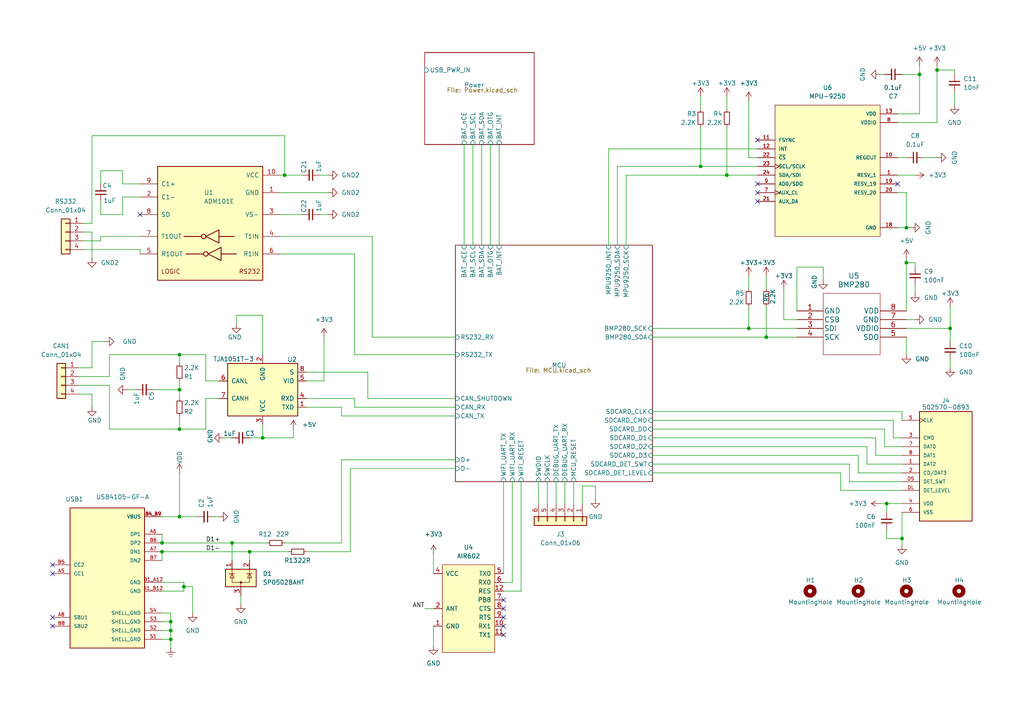
<source format=kicad_sch>
(kicad_sch (version 20211123) (generator eeschema)
  (paper "A4")
  (lib_symbols
    (symbol "2022-02-05_19-44-07:BMP280" (pin_names (offset 0.254))
      (property "Reference" "U1" (at 16.51 10.16 0))
      (property "Value" "BMP280" (at 16.51 7.62 0))
      (symbol "BMP280_1_1"
        (polyline (pts (xy 7.62 -12.7) (xy 24.13 -12.7)) (stroke (width 0.127)))
        (polyline (pts (xy 7.62 5.08) (xy 7.62 -12.7)) (stroke (width 0.127)))
        (polyline (pts (xy 24.13 -12.7) (xy 24.13 5.08)) (stroke (width 0.127)))
        (polyline (pts (xy 24.13 5.08) (xy 7.62 5.08)) (stroke (width 0.127)))
        (pin power_out line (at 0 0 0) (length 7.62) (name "GND") (number "1"))
        (pin passive line (at 0 -2.54 0) (length 7.62) (name "CSB") (number "2"))
        (pin passive line (at 0 -5.08 0) (length 7.62) (name "SDI") (number "3"))
        (pin passive line (at 0 -7.62 0) (length 7.62) (name "SCK") (number "4"))
        (pin passive line (at 31.75 -7.62 180) (length 7.62) (name "SDO") (number "5"))
        (pin power_in line (at 31.75 -5.08 180) (length 7.62) (name "VDDIO") (number "6"))
        (pin power_out line (at 31.75 -2.54 180) (length 7.62) (name "GND") (number "7"))
        (pin power_in line (at 31.75 0 180) (length 7.62) (name "VDD") (number "8"))
      )
    )
    (symbol "502570-0893:502570-0893" (pin_names (offset 1.016))
      (property "Reference" "J?" (at 0 17.78 0))
      (property "Value" "502570-0893" (at 0 15.24 0))
      (symbol "502570-0893_0_0"
        (rectangle (start -12.7 12.7) (end 2.54 -19.05) (stroke (width 0.254)) (fill (type background)))
        (pin bidirectional line (at -17.78 -2.54 0) (length 5.08) (name "DAT2") (number "1"))
        (pin bidirectional line (at -17.78 -5.08 0) (length 5.08) (name "CD/DAT3") (number "2"))
        (pin bidirectional line (at -17.78 5.08 0) (length 5.08) (name "CMD") (number "3"))
        (pin power_in line (at -17.78 -13.97 0) (length 5.08) (name "VDD") (number "4"))
        (pin input clock (at -17.78 10.16 0) (length 5.08) (name "CLK") (number "5"))
        (pin power_in line (at -17.78 -16.51 0) (length 5.08) (name "VSS") (number "6"))
        (pin bidirectional line (at -17.78 2.54 0) (length 5.08) (name "DAT0") (number "7"))
        (pin bidirectional line (at -17.78 0 0) (length 5.08) (name "DAT1") (number "8"))
        (pin passive line (at -17.78 -10.16 0) (length 5.08) (name "DET_LEVEL") (number "DL"))
        (pin passive line (at -17.78 -7.62 0) (length 5.08) (name "DET_SWT") (number "DS"))
      )
    )
    (symbol "Connector_Generic:Conn_01x04" (pin_names (offset 1.016) hide)
      (property "Reference" "J" (at 0 5.08 0))
      (property "Value" "Conn_01x04" (at 0 -7.62 0))
      (symbol "Conn_01x04_1_1"
        (rectangle (start -1.27 -4.953) (end 0 -5.207) (stroke (width 0.1524)))
        (rectangle (start -1.27 -2.413) (end 0 -2.667) (stroke (width 0.1524)))
        (rectangle (start -1.27 0.127) (end 0 -0.127) (stroke (width 0.1524)))
        (rectangle (start -1.27 2.667) (end 0 2.413) (stroke (width 0.1524)))
        (rectangle (start -1.27 3.81) (end 1.27 -6.35) (stroke (width 0.254)) (fill (type background)))
        (pin passive line (at -5.08 2.54 0) (length 3.81) (name "Pin_1") (number "1"))
        (pin passive line (at -5.08 0 0) (length 3.81) (name "Pin_2") (number "2"))
        (pin passive line (at -5.08 -2.54 0) (length 3.81) (name "Pin_3") (number "3"))
        (pin passive line (at -5.08 -5.08 0) (length 3.81) (name "Pin_4") (number "4"))
      )
    )
    (symbol "Connector_Generic:Conn_01x06" (pin_names (offset 1.016) hide)
      (property "Reference" "J" (at 0 7.62 0))
      (property "Value" "Conn_01x06" (at 0 -10.16 0))
      (symbol "Conn_01x06_1_1"
        (rectangle (start -1.27 -7.493) (end 0 -7.747) (stroke (width 0.1524)))
        (rectangle (start -1.27 -4.953) (end 0 -5.207) (stroke (width 0.1524)))
        (rectangle (start -1.27 -2.413) (end 0 -2.667) (stroke (width 0.1524)))
        (rectangle (start -1.27 0.127) (end 0 -0.127) (stroke (width 0.1524)))
        (rectangle (start -1.27 2.667) (end 0 2.413) (stroke (width 0.1524)))
        (rectangle (start -1.27 5.207) (end 0 4.953) (stroke (width 0.1524)))
        (rectangle (start -1.27 6.35) (end 1.27 -8.89) (stroke (width 0.254)) (fill (type background)))
        (pin passive line (at -5.08 5.08 0) (length 3.81) (name "Pin_1") (number "1"))
        (pin passive line (at -5.08 2.54 0) (length 3.81) (name "Pin_2") (number "2"))
        (pin passive line (at -5.08 0 0) (length 3.81) (name "Pin_3") (number "3"))
        (pin passive line (at -5.08 -2.54 0) (length 3.81) (name "Pin_4") (number "4"))
        (pin passive line (at -5.08 -5.08 0) (length 3.81) (name "Pin_5") (number "5"))
        (pin passive line (at -5.08 -7.62 0) (length 3.81) (name "Pin_6") (number "6"))
      )
    )
    (symbol "Device:C_Small" (pin_numbers hide) (pin_names (offset 0.254) hide)
      (property "Reference" "C" (at 0.254 1.778 0))
      (property "Value" "C_Small" (at 0.254 -2.032 0))
      (symbol "C_Small_0_1"
        (polyline (pts (xy -1.524 -0.508) (xy 1.524 -0.508)) (stroke (width 0.3302)))
        (polyline (pts (xy -1.524 0.508) (xy 1.524 0.508)) (stroke (width 0.3048)))
      )
      (symbol "C_Small_1_1"
        (pin passive line (at 0 2.54 270) (length 2.032) (name "~") (number "1"))
        (pin passive line (at 0 -2.54 90) (length 2.032) (name "~") (number "2"))
      )
    )
    (symbol "Device:R_Small" (pin_numbers hide) (pin_names (offset 0.254) hide)
      (property "Reference" "R" (at 0.762 0.508 0))
      (property "Value" "R_Small" (at 0.762 -1.016 0))
      (symbol "R_Small_0_1"
        (rectangle (start -0.762 1.778) (end 0.762 -1.778) (stroke (width 0.2032)))
      )
      (symbol "R_Small_1_1"
        (pin passive line (at 0 2.54 270) (length 0.762) (name "~") (number "1"))
        (pin passive line (at 0 -2.54 90) (length 0.762) (name "~") (number "2"))
      )
    )
    (symbol "Interface_CAN_LIN:TJA1051T-3" (pin_names (offset 1.016))
      (property "Reference" "U" (at -10.16 8.89 0))
      (property "Value" "TJA1051T-3" (at 1.27 8.89 0))
      (symbol "TJA1051T-3_0_1"
        (rectangle (start -10.16 7.62) (end 10.16 -7.62) (stroke (width 0.254)) (fill (type background)))
      )
      (symbol "TJA1051T-3_1_1"
        (pin input line (at -12.7 5.08 0) (length 2.54) (name "TXD") (number "1"))
        (pin power_in line (at 0 -10.16 90) (length 2.54) (name "GND") (number "2"))
        (pin power_in line (at 0 10.16 270) (length 2.54) (name "VCC") (number "3"))
        (pin output line (at -12.7 2.54 0) (length 2.54) (name "RXD") (number "4"))
        (pin power_in line (at -12.7 -2.54 0) (length 2.54) (name "VIO") (number "5"))
        (pin bidirectional line (at 12.7 -2.54 180) (length 2.54) (name "CANL") (number "6"))
        (pin bidirectional line (at 12.7 2.54 180) (length 2.54) (name "CANH") (number "7"))
        (pin input line (at -12.7 -5.08 0) (length 2.54) (name "S") (number "8"))
      )
    )
    (symbol "Interface_UART:ADM101E" (pin_names (offset 1.016))
      (property "Reference" "U?" (at -1.7906 0 0))
      (property "Value" "ADM101E" (at -1.7906 -2.54 0))
      (symbol "ADM101E_0_0"
        (text "LOGIC" (at -11.43 -22.86 0) (effects (font (size 1.27 1.27))))
        (text "RS232" (at 11.43 -22.86 0) (effects (font (size 1.27 1.27))))
      )
      (symbol "ADM101E_0_1"
        (rectangle (start -15.24 7.62) (end 15.24 -25.4) (stroke (width 0.254)) (fill (type background)))
        (circle (center -1.905 -12.7) (radius 0.635) (stroke (width 0.254)))
        (circle (center -1.27 -17.78) (radius 0.635) (stroke (width 0.254)))
        (polyline (pts (xy -2.54 -12.7) (xy -7.62 -12.7)) (stroke (width 0.254)))
        (polyline (pts (xy -1.905 -17.78) (xy -6.985 -17.78)) (stroke (width 0.254)))
        (polyline (pts (xy 2.54 -12.7) (xy 6.985 -12.7)) (stroke (width 0.254)))
        (polyline (pts (xy 3.175 -17.78) (xy 7.62 -17.78)) (stroke (width 0.254)))
        (polyline (pts (xy 2.54 -14.605) (xy 2.54 -10.795) (xy -1.27 -12.7) (xy 2.54 -14.605)) (stroke (width 0.254)))
        (polyline (pts (xy 3.175 -15.875) (xy 3.175 -19.685) (xy -0.635 -17.78) (xy 3.175 -15.875)) (stroke (width 0.254)))
      )
      (symbol "ADM101E_1_1"
        (pin power_in line (at 20.32 0 180) (length 5.08) (name "GND") (number "1"))
        (pin power_in line (at 20.32 5.08 180) (length 5.08) (name "VCC") (number "10"))
        (pin passive line (at -20.32 -1.27 0) (length 5.08) (name "C1-") (number "2"))
        (pin power_out line (at 20.32 -6.35 180) (length 5.08) (name "VS-") (number "3"))
        (pin input line (at 20.32 -12.7 180) (length 5.08) (name "T1IN") (number "4"))
        (pin output line (at -20.32 -17.78 0) (length 5.08) (name "R1OUT") (number "5"))
        (pin input line (at 20.32 -17.78 180) (length 5.08) (name "R1IN") (number "6"))
        (pin output line (at -20.32 -12.7 0) (length 5.08) (name "T1OUT") (number "7"))
        (pin input line (at -20.32 -6.35 0) (length 5.08) (name "SD") (number "8"))
        (pin passive line (at -20.32 2.54 0) (length 5.08) (name "C1+") (number "9"))
      )
    )
    (symbol "MPU-9250_1" (pin_names (offset 1.016))
      (property "Reference" "U" (at -15.2654 20.8534 0))
      (property "Value" "MPU-9250_1" (at -15.24 -20.32 0))
      (symbol "MPU-9250_1_0_0"
        (rectangle (start -15.24 -17.78) (end 15.24 20.32) (stroke (width 0.1524)) (fill (type background)))
        (pin passive line (at 20.32 0 180) (length 5.08) (name "RESV_1") (number "1"))
        (pin output line (at 20.32 5.08 180) (length 5.08) (name "REGOUT") (number "10"))
        (pin input line (at -20.32 10.16 0) (length 5.08) (name "FSYNC") (number "11"))
        (pin output line (at -20.32 7.62 0) (length 5.08) (name "INT") (number "12"))
        (pin power_in line (at 20.32 17.78 180) (length 5.08) (name "VDD") (number "13"))
        (pin power_in line (at 20.32 -15.24 180) (length 5.08) (name "GND") (number "18"))
        (pin passive line (at 20.32 -2.54 180) (length 5.08) (name "RESV_19") (number "19"))
        (pin passive line (at 20.32 -5.08 180) (length 5.08) (name "RESV_20") (number "20"))
        (pin input line (at -20.32 -7.62 0) (length 5.08) (name "AUX_DA") (number "21"))
        (pin input line (at -20.32 5.08 0) (length 5.08) (name "~{CS}") (number "22"))
        (pin input clock (at -20.32 2.54 0) (length 5.08) (name "SCL/SCLK") (number "23"))
        (pin bidirectional line (at -20.32 0 0) (length 5.08) (name "SDA/SDI") (number "24"))
        (pin input clock (at -20.32 -5.08 0) (length 5.08) (name "AUX_CL") (number "7"))
        (pin power_in line (at 20.32 15.24 180) (length 5.08) (name "VDDIO") (number "8"))
        (pin output line (at -20.32 -2.54 0) (length 5.08) (name "AD0/SDO") (number "9"))
      )
    )
    (symbol "Mechanical:MountingHole" (pin_names (offset 1.016))
      (property "Reference" "H" (at 0 5.08 0))
      (property "Value" "MountingHole" (at 0 3.175 0))
      (symbol "MountingHole_0_1"
        (circle (center 0 0) (radius 1.27) (stroke (width 1.27)))
      )
    )
    (symbol "Power_Protection:SP0502BAHT" (pin_names hide)
      (property "Reference" "D" (at 5.715 2.54 0))
      (property "Value" "SP0502BAHT" (at 5.715 0.635 0))
      (symbol "SP0502BAHT_0_0"
        (pin passive line (at 0 -5.08 90) (length 2.54) (name "A") (number "3"))
      )
      (symbol "SP0502BAHT_0_1"
        (rectangle (start -4.445 2.54) (end 4.445 -2.54) (stroke (width 0.254)) (fill (type background)))
        (circle (center 0 -1.27) (radius 0.254) (fill (type outline)))
        (polyline (pts (xy -2.54 2.54) (xy -2.54 1.27)))
        (polyline (pts (xy 0 -1.27) (xy 0 -2.54)))
        (polyline (pts (xy 2.54 2.54) (xy 2.54 1.27)))
        (polyline (pts (xy -3.302 1.016) (xy -3.302 1.27) (xy -1.905 1.27) (xy -1.778 1.27)))
        (polyline (pts (xy -2.54 1.27) (xy -2.54 -1.27) (xy 2.54 -1.27) (xy 2.54 1.27)))
        (polyline (pts (xy -2.54 1.27) (xy -1.905 0) (xy -3.175 0) (xy -2.54 1.27)))
        (polyline (pts (xy 1.778 1.016) (xy 1.778 1.27) (xy 3.175 1.27) (xy 3.302 1.27)))
        (polyline (pts (xy 2.54 1.27) (xy 1.905 0) (xy 3.175 0) (xy 2.54 1.27)))
      )
      (symbol "SP0502BAHT_1_1"
        (pin passive line (at -2.54 5.08 270) (length 2.54) (name "K") (number "1"))
        (pin passive line (at 2.54 5.08 270) (length 2.54) (name "K") (number "2"))
      )
    )
    (symbol "USB4105-GF-A:USB4105-GF-A" (pin_names (offset 1.016))
      (property "Reference" "J?" (at -0.635 17.653 0))
      (property "Value" "USB4105-GF-A" (at 0 15.875 0))
      (symbol "USB4105-GF-A_0_0"
        (rectangle (start -15.24 12.7) (end 6.35 -27.94) (stroke (width 0.254)) (fill (type background)))
        (pin power_in line (at 11.43 -11.43 180) (length 5.08) (name "GND") (number "A1_B12"))
        (pin power_in line (at 11.43 10.16 180) (length 5.08) (name "VBUS") (number "A4_B9"))
        (pin bidirectional line (at -20.32 -6.35 0) (length 5.08) (name "CC1") (number "A5"))
        (pin bidirectional line (at 11.43 5.08 180) (length 5.08) (name "DP1") (number "A6"))
        (pin bidirectional line (at 11.43 0 180) (length 5.08) (name "DN1") (number "A7"))
        (pin bidirectional line (at -20.32 -19.05 0) (length 5.08) (name "SBU1") (number "A8"))
        (pin power_in line (at 11.43 -8.89 180) (length 5.08) (name "GND") (number "B1_A12"))
        (pin power_in line (at 11.43 10.16 180) (length 5.08) (name "VBUS") (number "B4_A9"))
        (pin bidirectional line (at -20.32 -3.81 0) (length 5.08) (name "CC2") (number "B5"))
        (pin bidirectional line (at 11.43 2.54 180) (length 5.08) (name "DP2") (number "B6"))
        (pin bidirectional line (at 11.43 -2.54 180) (length 5.08) (name "DN2") (number "B7"))
        (pin bidirectional line (at -20.32 -21.59 0) (length 5.08) (name "SBU2") (number "B8"))
        (pin power_in line (at 11.43 -25.4 180) (length 5.08) (name "SHELL_GND") (number "S1"))
        (pin power_in line (at 11.43 -22.86 180) (length 5.08) (name "SHELL_GND") (number "S2"))
        (pin power_in line (at 11.43 -20.32 180) (length 5.08) (name "SHELL_GND") (number "S3"))
        (pin power_in line (at 11.43 -17.78 180) (length 5.08) (name "SHELL_GND") (number "S4"))
      )
    )
    (symbol "air602:AIR602" (pin_names (offset 1.016))
      (property "Reference" "U" (at 0 11.43 0))
      (property "Value" "AIR602" (at 0 -12.7 0))
      (symbol "AIR602_0_1"
        (rectangle (start -7.62 10.16) (end 7.62 -15.24) (fill (type background)))
      )
      (symbol "AIR602_1_1"
        (pin power_in line (at -10.16 -7.62 0) (length 2.54) (name "GND") (number "1"))
        (pin bidirectional line (at 10.16 -7.62 180) (length 2.54) (name "RX1") (number "10"))
        (pin bidirectional line (at 10.16 -10.16 180) (length 2.54) (name "TX1") (number "11"))
        (pin input line (at 10.16 2.54 180) (length 2.54) (name "RES") (number "12"))
        (pin bidirectional line (at -10.16 -2.54 0) (length 2.54) (name "ANT") (number "2"))
        (pin passive line (at -10.16 -7.62 0) (length 2.54) hide (name "GND") (number "3"))
        (pin power_in line (at -10.16 7.62 0) (length 2.54) (name "VCC") (number "4"))
        (pin bidirectional line (at 10.16 7.62 180) (length 2.54) (name "TX0") (number "5"))
        (pin bidirectional line (at 10.16 5.08 180) (length 2.54) (name "RX0") (number "6"))
        (pin bidirectional line (at 10.16 0 180) (length 2.54) (name "PB8") (number "7"))
        (pin bidirectional line (at 10.16 -2.54 180) (length 2.54) (name "CTS") (number "8"))
        (pin bidirectional line (at 10.16 -5.08 180) (length 2.54) (name "RTS") (number "9"))
      )
    )
    (symbol "power:+3V3" (power) (pin_names (offset 0))
      (property "Value" "+3V3" (at 0 3.556 0))
      (symbol "+3V3_0_1"
        (polyline (pts (xy -0.762 1.27) (xy 0 2.54)))
        (polyline (pts (xy 0 0) (xy 0 2.54)))
        (polyline (pts (xy 0 2.54) (xy 0.762 1.27)))
      )
      (symbol "+3V3_1_1"
        (pin power_in line (at 0 0 90) (length 0) hide (name "+3V3") (number "1"))
      )
    )
    (symbol "power:+5V" (power) (pin_names (offset 0))
      (property "Value" "+5V" (at 0 3.556 0))
      (symbol "+5V_0_1"
        (polyline (pts (xy -0.762 1.27) (xy 0 2.54)))
        (polyline (pts (xy 0 0) (xy 0 2.54)))
        (polyline (pts (xy 0 2.54) (xy 0.762 1.27)))
      )
      (symbol "+5V_1_1"
        (pin power_in line (at 0 0 90) (length 0) hide (name "+5V") (number "1"))
      )
    )
    (symbol "power:Earth" (power) (pin_names (offset 0))
      (symbol "Earth_0_1"
        (polyline (pts (xy -0.635 -1.905) (xy 0.635 -1.905)))
        (polyline (pts (xy -0.127 -2.54) (xy 0.127 -2.54)))
        (polyline (pts (xy 0 -1.27) (xy 0 0)))
        (polyline (pts (xy 1.27 -1.27) (xy -1.27 -1.27)))
      )
      (symbol "Earth_1_1"
        (pin power_in line (at 0 0 270) (length 0) hide (name "Earth") (number "1"))
      )
    )
    (symbol "power:GND" (power) (pin_names (offset 0))
      (property "Value" "GND" (at 0 -3.81 0))
      (symbol "GND_0_1"
        (polyline (pts (xy 0 0) (xy 0 -1.27) (xy 1.27 -1.27) (xy 0 -2.54) (xy -1.27 -1.27) (xy 0 -1.27)))
      )
      (symbol "GND_1_1"
        (pin power_in line (at 0 0 270) (length 0) hide (name "GND") (number "1"))
      )
    )
    (symbol "power:GND2" (power) (pin_names (offset 0))
      (property "Value" "GND2" (at 0 -3.81 0))
      (symbol "GND2_0_1"
        (polyline (pts (xy 0 0) (xy 0 -1.27) (xy 1.27 -1.27) (xy 0 -2.54) (xy -1.27 -1.27) (xy 0 -1.27)))
      )
      (symbol "GND2_1_1"
        (pin power_in line (at 0 0 270) (length 0) hide (name "GND2") (number "1"))
      )
    )
    (symbol "power:VDD" (power) (pin_names (offset 0))
      (property "Value" "VDD" (at 0 3.81 0))
      (symbol "VDD_0_1"
        (polyline (pts (xy -0.762 1.27) (xy 0 2.54)))
        (polyline (pts (xy 0 0) (xy 0 2.54)))
        (polyline (pts (xy 0 2.54) (xy 0.762 1.27)))
      )
      (symbol "VDD_1_1"
        (pin power_in line (at 0 0 90) (length 0) hide (name "VDD") (number "1"))
      )
    )
  )
  (junction (at 49.53 182.88))
  (junction (at 49.53 185.42))
  (junction (at 217.17 95.25))
  (junction (at 261.62 156.21))
  (junction (at 82.55 50.8))
  (junction (at 262.89 66.04))
  (junction (at 222.25 97.79))
  (junction (at 49.53 180.34))
  (junction (at 52.07 102.87))
  (junction (at 266.7 21.59))
  (junction (at 271.78 20.32))
  (junction (at 262.89 76.2))
  (junction (at 257.175 146.05))
  (junction (at 203.2 48.26))
  (junction (at 53.34 170.18))
  (junction (at 52.07 149.86))
  (junction (at 210.82 50.8))
  (junction (at 46.99 157.48))
  (junction (at 52.07 113.03))
  (junction (at 72.39 160.02))
  (junction (at 76.2 127))
  (junction (at 67.31 157.48))
  (junction (at 52.07 124.46))
  (junction (at 275.59 95.25))
  (junction (at 46.99 160.02))
  (no_connect (at 146.05 173.99))
  (no_connect (at 146.05 184.15))
  (no_connect (at 15.24 163.83))
  (no_connect (at 15.24 179.07))
  (no_connect (at 146.05 181.61))
  (no_connect (at 146.05 179.07))
  (no_connect (at 146.05 176.53))
  (no_connect (at 15.24 166.37))
  (no_connect (at 40.64 62.23))
  (no_connect (at 260.35 53.34))
  (no_connect (at 219.71 58.42))
  (no_connect (at 219.71 55.88))
  (no_connect (at 219.71 53.34))
  (no_connect (at 219.71 40.64))
  (no_connect (at 15.24 181.61))
  (wire (pts (xy 246.38 134.62) (xy 246.38 139.7)))
  (wire (pts (xy 92.71 62.23) (xy 95.25 62.23)))
  (wire (pts (xy 67.31 127) (xy 64.77 127)))
  (wire (pts (xy 46.99 177.8) (xy 49.53 177.8)))
  (wire (pts (xy 22.86 114.3) (xy 26.67 114.3)))
  (wire (pts (xy 227.33 92.71) (xy 227.33 83.82)))
  (wire (pts (xy 260.35 55.88) (xy 262.89 55.88)))
  (wire (pts (xy 255.27 146.05) (xy 257.175 146.05)))
  (wire (pts (xy 271.78 35.56) (xy 271.78 20.32)))
  (wire (pts (xy 217.17 80.01) (xy 217.17 83.82)))
  (wire (pts (xy 53.34 168.91) (xy 53.34 170.18)))
  (wire (pts (xy 275.59 104.14) (xy 275.59 106.68)))
  (wire (pts (xy 262.89 97.79) (xy 262.89 102.87)))
  (wire (pts (xy 262.89 92.71) (xy 265.43 92.71)))
  (wire (pts (xy 26.67 106.68) (xy 26.67 99.06)))
  (wire (pts (xy 146.05 171.45) (xy 151.13 171.45)))
  (wire (pts (xy 106.68 107.95) (xy 106.68 115.57)))
  (wire (pts (xy 222.25 80.01) (xy 222.25 83.82)))
  (wire (pts (xy 31.75 109.22) (xy 31.75 102.87)))
  (wire (pts (xy 102.87 102.87) (xy 132.08 102.87)))
  (wire (pts (xy 134.62 41.91) (xy 134.62 71.12)))
  (wire (pts (xy 76.2 91.44) (xy 68.58 91.44)))
  (wire (pts (xy 62.23 149.86) (xy 63.5 149.86)))
  (wire (pts (xy 22.86 106.68) (xy 26.67 106.68)))
  (wire (pts (xy 256.54 129.54) (xy 261.62 129.54)))
  (wire (pts (xy 53.34 171.45) (xy 46.99 171.45)))
  (wire (pts (xy 276.86 21.59) (xy 276.86 20.32)))
  (wire (pts (xy 52.07 113.03) (xy 52.07 115.57)))
  (wire (pts (xy 40.64 57.15) (xy 35.56 57.15)))
  (wire (pts (xy 251.46 129.54) (xy 251.46 134.62)))
  (wire (pts (xy 35.56 62.23) (xy 29.21 62.23)))
  (wire (pts (xy 88.9 118.11) (xy 99.06 118.11)))
  (wire (pts (xy 88.9 115.57) (xy 102.87 115.57)))
  (wire (pts (xy 161.29 139.7) (xy 161.29 146.05)))
  (wire (pts (xy 59.69 110.49) (xy 59.69 102.87)))
  (wire (pts (xy 168.91 140.97) (xy 172.72 140.97)))
  (wire (pts (xy 68.58 91.44) (xy 68.58 93.98)))
  (wire (pts (xy 275.59 95.25) (xy 275.59 99.06)))
  (wire (pts (xy 217.17 29.21) (xy 217.17 45.72)))
  (wire (pts (xy 257.175 153.67) (xy 257.175 156.21)))
  (wire (pts (xy 35.56 49.53) (xy 29.21 49.53)))
  (wire (pts (xy 85.09 124.46) (xy 85.09 127)))
  (wire (pts (xy 52.07 110.49) (xy 52.07 113.03)))
  (wire (pts (xy 46.99 160.02) (xy 46.99 162.56)))
  (wire (pts (xy 26.67 39.37) (xy 82.55 39.37)))
  (wire (pts (xy 26.67 67.31) (xy 24.13 67.31)))
  (wire (pts (xy 139.7 41.91) (xy 139.7 71.12)))
  (wire (pts (xy 40.64 53.34) (xy 35.56 53.34)))
  (wire (pts (xy 189.23 121.92) (xy 259.08 121.92)))
  (wire (pts (xy 151.13 139.7) (xy 151.13 171.45)))
  (wire (pts (xy 217.17 88.9) (xy 217.17 95.25)))
  (wire (pts (xy 203.2 36.83) (xy 203.2 48.26)))
  (wire (pts (xy 46.99 182.88) (xy 49.53 182.88)))
  (wire (pts (xy 63.5 110.49) (xy 59.69 110.49)))
  (wire (pts (xy 81.28 55.88) (xy 95.25 55.88)))
  (wire (pts (xy 52.07 102.87) (xy 52.07 105.41)))
  (wire (pts (xy 101.6 135.89) (xy 132.08 135.89)))
  (wire (pts (xy 72.39 160.02) (xy 72.39 162.56)))
  (wire (pts (xy 72.39 160.02) (xy 83.82 160.02)))
  (wire (pts (xy 166.37 139.7) (xy 166.37 146.05)))
  (wire (pts (xy 256.54 21.59) (xy 255.27 21.59)))
  (wire (pts (xy 189.23 134.62) (xy 246.38 134.62)))
  (wire (pts (xy 49.53 180.34) (xy 49.53 182.88)))
  (wire (pts (xy 142.24 41.91) (xy 142.24 71.12)))
  (wire (pts (xy 176.53 71.12) (xy 176.53 43.18)))
  (wire (pts (xy 168.91 146.05) (xy 168.91 140.97)))
  (wire (pts (xy 102.87 73.66) (xy 102.87 102.87)))
  (wire (pts (xy 99.06 120.65) (xy 132.08 120.65)))
  (wire (pts (xy 107.95 97.79) (xy 132.08 97.79)))
  (wire (pts (xy 67.31 157.48) (xy 67.31 162.56)))
  (wire (pts (xy 88.9 110.49) (xy 93.98 110.49)))
  (wire (pts (xy 163.83 139.7) (xy 163.83 146.05)))
  (wire (pts (xy 259.08 127) (xy 261.62 127)))
  (wire (pts (xy 123.19 176.53) (xy 125.73 176.53)))
  (wire (pts (xy 26.67 114.3) (xy 26.67 118.11)))
  (wire (pts (xy 46.99 149.86) (xy 52.07 149.86)))
  (wire (pts (xy 69.85 172.72) (xy 69.85 175.26)))
  (wire (pts (xy 24.13 64.77) (xy 26.67 64.77)))
  (wire (pts (xy 88.9 107.95) (xy 106.68 107.95)))
  (wire (pts (xy 93.98 110.49) (xy 93.98 97.79)))
  (wire (pts (xy 24.13 72.39) (xy 40.64 72.39)))
  (wire (pts (xy 31.75 111.76) (xy 31.75 124.46)))
  (wire (pts (xy 52.07 124.46) (xy 52.07 120.65)))
  (wire (pts (xy 262.89 55.88) (xy 262.89 66.04)))
  (wire (pts (xy 81.28 62.23) (xy 87.63 62.23)))
  (wire (pts (xy 260.35 66.04) (xy 262.89 66.04)))
  (wire (pts (xy 266.7 21.59) (xy 266.7 19.05)))
  (wire (pts (xy 262.89 76.2) (xy 262.89 74.93)))
  (wire (pts (xy 238.76 77.47) (xy 238.76 81.28)))
  (wire (pts (xy 82.55 50.8) (xy 87.63 50.8)))
  (wire (pts (xy 39.37 113.03) (xy 36.83 113.03)))
  (wire (pts (xy 251.46 134.62) (xy 261.62 134.62)))
  (wire (pts (xy 265.43 82.55) (xy 265.43 85.09)))
  (wire (pts (xy 59.69 124.46) (xy 52.07 124.46)))
  (wire (pts (xy 176.53 43.18) (xy 219.71 43.18)))
  (wire (pts (xy 81.28 50.8) (xy 82.55 50.8)))
  (wire (pts (xy 52.07 149.86) (xy 57.15 149.86)))
  (wire (pts (xy 181.61 71.12) (xy 181.61 50.8)))
  (wire (pts (xy 265.43 77.47) (xy 265.43 76.2)))
  (wire (pts (xy 172.72 140.97) (xy 172.72 144.78)))
  (wire (pts (xy 81.28 68.58) (xy 107.95 68.58)))
  (wire (pts (xy 256.54 124.46) (xy 256.54 129.54)))
  (wire (pts (xy 276.86 26.67) (xy 276.86 30.48)))
  (wire (pts (xy 257.175 156.21) (xy 261.62 156.21)))
  (wire (pts (xy 26.67 99.06) (xy 30.48 99.06)))
  (wire (pts (xy 189.23 129.54) (xy 251.46 129.54)))
  (wire (pts (xy 189.23 124.46) (xy 256.54 124.46)))
  (wire (pts (xy 243.84 137.16) (xy 243.84 142.24)))
  (wire (pts (xy 26.67 74.93) (xy 26.67 67.31)))
  (wire (pts (xy 217.17 45.72) (xy 219.71 45.72)))
  (wire (pts (xy 99.06 133.35) (xy 132.08 133.35)))
  (wire (pts (xy 254 132.08) (xy 261.62 132.08)))
  (wire (pts (xy 107.95 68.58) (xy 107.95 97.79)))
  (wire (pts (xy 59.69 115.57) (xy 59.69 124.46)))
  (wire (pts (xy 267.97 45.72) (xy 271.78 45.72)))
  (wire (pts (xy 148.59 139.7) (xy 148.59 168.91)))
  (wire (pts (xy 63.5 115.57) (xy 59.69 115.57)))
  (wire (pts (xy 203.2 27.94) (xy 203.2 31.75)))
  (wire (pts (xy 52.07 137.16) (xy 52.07 149.86)))
  (wire (pts (xy 29.21 62.23) (xy 29.21 58.42)))
  (wire (pts (xy 76.2 127) (xy 85.09 127)))
  (wire (pts (xy 137.16 41.91) (xy 137.16 71.12)))
  (wire (pts (xy 231.14 92.71) (xy 227.33 92.71)))
  (wire (pts (xy 246.38 139.7) (xy 261.62 139.7)))
  (wire (pts (xy 265.43 76.2) (xy 262.89 76.2)))
  (wire (pts (xy 76.2 102.87) (xy 76.2 91.44)))
  (wire (pts (xy 49.53 177.8) (xy 49.53 180.34)))
  (wire (pts (xy 210.82 27.94) (xy 210.82 31.75)))
  (wire (pts (xy 59.69 102.87) (xy 52.07 102.87)))
  (wire (pts (xy 46.99 160.02) (xy 72.39 160.02)))
  (wire (pts (xy 72.39 127) (xy 76.2 127)))
  (wire (pts (xy 146.05 139.7) (xy 146.05 166.37)))
  (wire (pts (xy 275.59 88.9) (xy 275.59 95.25)))
  (wire (pts (xy 76.2 127) (xy 76.2 123.19)))
  (wire (pts (xy 156.21 139.7) (xy 156.21 146.05)))
  (wire (pts (xy 35.56 53.34) (xy 35.56 49.53)))
  (wire (pts (xy 189.23 119.38) (xy 261.62 119.38)))
  (wire (pts (xy 22.86 109.22) (xy 31.75 109.22)))
  (wire (pts (xy 46.99 154.94) (xy 46.99 157.48)))
  (wire (pts (xy 49.53 185.42) (xy 49.53 187.96)))
  (wire (pts (xy 271.78 20.32) (xy 271.78 19.05)))
  (wire (pts (xy 99.06 157.48) (xy 99.06 133.35)))
  (wire (pts (xy 99.06 118.11) (xy 99.06 120.65)))
  (wire (pts (xy 101.6 160.02) (xy 101.6 135.89)))
  (wire (pts (xy 52.07 113.03) (xy 44.45 113.03)))
  (wire (pts (xy 81.28 73.66) (xy 102.87 73.66)))
  (wire (pts (xy 31.75 124.46) (xy 52.07 124.46)))
  (wire (pts (xy 67.31 157.48) (xy 77.47 157.48)))
  (wire (pts (xy 29.21 69.85) (xy 24.13 69.85)))
  (wire (pts (xy 46.99 157.48) (xy 67.31 157.48)))
  (wire (pts (xy 29.21 68.58) (xy 29.21 69.85)))
  (wire (pts (xy 189.23 97.79) (xy 222.25 97.79)))
  (wire (pts (xy 158.75 139.7) (xy 158.75 146.05)))
  (wire (pts (xy 261.62 119.38) (xy 261.62 121.92)))
  (wire (pts (xy 259.08 121.92) (xy 259.08 127)))
  (wire (pts (xy 243.84 142.24) (xy 261.62 142.24)))
  (wire (pts (xy 189.23 137.16) (xy 243.84 137.16)))
  (wire (pts (xy 231.14 90.17) (xy 231.14 77.47)))
  (wire (pts (xy 189.23 95.25) (xy 217.17 95.25)))
  (wire (pts (xy 222.25 97.79) (xy 231.14 97.79)))
  (wire (pts (xy 189.23 132.08) (xy 248.92 132.08)))
  (wire (pts (xy 261.62 21.59) (xy 266.7 21.59)))
  (wire (pts (xy 261.62 148.59) (xy 261.62 156.21)))
  (wire (pts (xy 40.64 68.58) (xy 29.21 68.58)))
  (wire (pts (xy 210.82 36.83) (xy 210.82 50.8)))
  (wire (pts (xy 146.05 168.91) (xy 148.59 168.91)))
  (wire (pts (xy 106.68 115.57) (xy 132.08 115.57)))
  (wire (pts (xy 29.21 49.53) (xy 29.21 53.34)))
  (wire (pts (xy 82.55 39.37) (xy 82.55 50.8)))
  (wire (pts (xy 189.23 127) (xy 254 127)))
  (wire (pts (xy 260.35 50.8) (xy 265.43 50.8)))
  (wire (pts (xy 52.07 102.87) (xy 31.75 102.87)))
  (wire (pts (xy 35.56 57.15) (xy 35.56 62.23)))
  (wire (pts (xy 49.53 182.88) (xy 49.53 185.42)))
  (wire (pts (xy 265.8618 95.7072) (xy 265.8618 95.5802)))
  (wire (pts (xy 55.88 170.18) (xy 53.34 170.18)))
  (wire (pts (xy 257.175 146.05) (xy 257.175 148.59)))
  (wire (pts (xy 102.87 118.11) (xy 132.08 118.11)))
  (wire (pts (xy 248.92 132.08) (xy 248.92 137.16)))
  (wire (pts (xy 231.14 77.47) (xy 238.76 77.47)))
  (wire (pts (xy 46.99 180.34) (xy 49.53 180.34)))
  (wire (pts (xy 125.73 181.61) (xy 125.73 187.325)))
  (wire (pts (xy 144.78 41.91) (xy 144.78 71.12)))
  (wire (pts (xy 257.175 146.05) (xy 261.62 146.05)))
  (wire (pts (xy 53.34 170.18) (xy 53.34 171.45)))
  (wire (pts (xy 55.88 177.8) (xy 55.88 170.18)))
  (wire (pts (xy 260.35 35.56) (xy 271.78 35.56)))
  (wire (pts (xy 217.17 95.25) (xy 231.14 95.25)))
  (wire (pts (xy 210.82 50.8) (xy 219.71 50.8)))
  (wire (pts (xy 248.92 137.16) (xy 261.62 137.16)))
  (wire (pts (xy 262.89 66.04) (xy 264.16 66.04)))
  (wire (pts (xy 254 127) (xy 254 132.08)))
  (wire (pts (xy 92.71 50.8) (xy 95.25 50.8)))
  (wire (pts (xy 46.99 185.42) (xy 49.53 185.42)))
  (wire (pts (xy 260.35 33.02) (xy 266.7 33.02)))
  (wire (pts (xy 22.86 111.76) (xy 31.75 111.76)))
  (wire (pts (xy 181.61 50.8) (xy 210.82 50.8)))
  (wire (pts (xy 179.07 48.26) (xy 203.2 48.26)))
  (wire (pts (xy 125.73 160.655) (xy 125.73 166.37)))
  (wire (pts (xy 222.25 88.9) (xy 222.25 97.79)))
  (wire (pts (xy 88.9 160.02) (xy 101.6 160.02)))
  (wire (pts (xy 102.87 115.57) (xy 102.87 118.11)))
  (wire (pts (xy 261.62 156.21) (xy 261.62 158.115)))
  (wire (pts (xy 82.55 157.48) (xy 99.06 157.48)))
  (wire (pts (xy 271.78 20.32) (xy 276.86 20.32)))
  (wire (pts (xy 179.07 71.12) (xy 179.07 48.26)))
  (wire (pts (xy 262.89 95.25) (xy 275.59 95.25)))
  (wire (pts (xy 40.64 72.39) (xy 40.64 73.66)))
  (wire (pts (xy 266.7 33.02) (xy 266.7 21.59)))
  (wire (pts (xy 203.2 48.26) (xy 219.71 48.26)))
  (wire (pts (xy 26.67 64.77) (xy 26.67 39.37)))
  (wire (pts (xy 262.89 90.17) (xy 262.89 76.2)))
  (wire (pts (xy 46.99 168.91) (xy 53.34 168.91)))
  (wire (pts (xy 260.35 45.72) (xy 262.89 45.72)))
  (label "D1+" (at 59.69 157.48 0))
  (label "D1-" (at 59.69 160.02 0))
  (label "ANT" (at 123.19 176.53 180))
  (symbol (lib_id "power:GND") (at 261.62 158.115 0) (unit 1)
    (property "Reference" "#PWR028" (effects hide))
    (property "Value" "GND" (at 261.62 163.195 0))
  )
  (symbol (lib_id "power:Earth") (at 49.53 187.96 0) (unit 1)
    (property "Reference" "#PWR06" (effects hide))
    (property "Value" "Earth" (effects hide))
  )
  (symbol (lib_id "Device:C_Small") (at 29.21 55.88 180) (unit 1)
    (property "Reference" "C4" (at 29.718 53.848 0) (effects (justify right)))
    (property "Value" "1uF" (at 29.972 58.166 0) (effects (justify right)))
    (property "Footprint" "Capacitor_SMD:C_0402_1005Metric_Pad0.74x0.62mm_HandSolder" (effects hide))
  )
  (symbol (lib_id "power:+3V3") (at 125.73 160.655 0) (unit 1)
    (property "Reference" "#PWR016" (effects hide))
    (property "Value" "+3V3" (at 125.73 154.94 0))
  )
  (symbol (lib_id "power:+5V") (at 266.7 19.05 0) (unit 1)
    (property "Reference" "#PWR035" (effects hide))
    (property "Value" "+5V" (at 266.7 13.97 0))
  )
  (symbol (lib_id "power:GND") (at 172.72 144.78 0) (unit 1)
    (property "Reference" "#PWR018" (effects hide))
    (property "Value" "GND" (at 172.72 149.86 0))
  )
  (symbol (lib_id "power:GND") (at 68.58 93.98 0) (mirror y) (unit 1)
    (property "Reference" "#PWR0103" (effects hide))
    (property "Value" "GND" (at 66.04 97.79 0) (effects (justify right)))
  )
  (symbol (lib_id "power:GND") (at 265.43 85.09 0) (unit 1)
    (property "Reference" "#PWR033" (effects hide))
    (property "Value" "GND" (at 267.97 86.3599 0) (effects (justify left)))
  )
  (symbol (lib_id "Device:R_Small") (at 52.07 107.95 0) (mirror y) (unit 1)
    (property "Reference" "R1" (at 53.34 109.22 0) (effects (justify right)))
    (property "Value" "2.2K" (at 53.34 106.68 0) (effects (justify right)))
    (property "Footprint" "Resistor_SMD:R_0402_1005Metric_Pad0.72x0.64mm_HandSolder" (effects hide))
  )
  (symbol (lib_id "Device:R_Small") (at 80.01 157.48 90) (mirror x) (unit 1)
    (property "Reference" "R12" (at 74.93 154.94 90) (effects (justify right)))
    (property "Value" "22R" (at 80.01 154.94 90) (effects (justify right)))
    (property "Footprint" "Resistor_SMD:R_0402_1005Metric_Pad0.72x0.64mm_HandSolder" (effects hide))
  )
  (symbol (lib_id "power:+3V3") (at 275.59 88.9 0) (unit 1)
    (property "Reference" "#PWR038" (effects hide))
    (property "Value" "+3V3" (at 275.59 85.09 0))
  )
  (symbol (lib_id "power:GND") (at 36.83 113.03 270) (unit 1)
    (property "Reference" "#PWR015" (effects hide))
    (property "Value" "GND" (at 35.5601 110.49 0) (effects (justify right)))
  )
  (symbol (lib_id "Device:R_Small") (at 52.07 118.11 0) (mirror y) (unit 1)
    (property "Reference" "R2" (at 53.34 119.38 0) (effects (justify right)))
    (property "Value" "2.2K" (at 53.34 116.84 0) (effects (justify right)))
    (property "Footprint" "Resistor_SMD:R_0402_1005Metric_Pad0.72x0.64mm_HandSolder" (effects hide))
  )
  (symbol (lib_id "Connector_Generic:Conn_01x04") (at 17.78 109.22 0) (mirror y) (unit 1)
    (property "Reference" "CAN1" (at 17.78 100.33 0))
    (property "Value" "Conn_01x04" (at 17.78 102.87 0))
    (property "Footprint" "Connector_JST:JST_PH_S4B-PH-SM4-TB_1x04-1MP_P2.00mm_Horizontal" (effects hide))
  )
  (symbol (lib_id "power:GND") (at 64.77 127 270) (mirror x) (unit 1)
    (property "Reference" "#PWR07" (effects hide))
    (property "Value" "GND" (at 60.96 124.46 0) (effects (justify right)))
  )
  (symbol (lib_id "Device:C_Small") (at 265.43 45.72 90) (unit 1)
    (property "Reference" "C8" (at 265.4363 39.37 90))
    (property "Value" "0.1uF" (at 265.4363 41.91 90))
    (property "Footprint" "Capacitor_SMD:C_0402_1005Metric_Pad0.74x0.62mm_HandSolder" (effects hide))
  )
  (symbol (lib_id "2022-02-05_19-44-07:BMP280") (at 231.14 90.17 0) (unit 1)
    (property "Reference" "U5" (at 247.65 80.01 0) (effects (font (size 1.524 1.524))))
    (property "Value" "BMP280" (at 247.65 82.55 0) (effects (font (size 1.524 1.524))))
    (property "Footprint" "footprints:BMP280" (effects hide))
  )
  (symbol (lib_id "power:+5V") (at 85.09 124.46 0) (mirror y) (unit 1)
    (property "Reference" "#PWR09" (effects hide))
    (property "Value" "+5V" (at 87.63 123.1899 0) (effects (justify right)))
  )
  (symbol (lib_id "power:VDD") (at 52.07 137.16 0) (mirror y) (unit 1)
    (property "Reference" "#PWR03" (effects hide))
    (property "Value" "VDD" (at 52.07 130.81 90) (effects (justify right)))
  )
  (symbol (lib_id "power:+5V") (at 262.89 74.93 0) (unit 1)
    (property "Reference" "#PWR029" (effects hide))
    (property "Value" "+5V" (at 262.89 69.85 0))
  )
  (symbol (lib_id "power:+3V3") (at 255.27 146.05 90) (unit 1)
    (property "Reference" "#PWR027" (effects hide))
    (property "Value" "+3V3" (at 251.46 146.0499 90) (effects (justify left)))
  )
  (symbol (lib_id "Mechanical:MountingHole") (at 278.13 171.45 90) (unit 1)
    (property "Reference" "H4" (at 276.86 168.275 90) (effects (justify right)))
    (property "Value" "MountingHole" (at 271.78 174.625 90) (effects (justify right)))
    (property "Footprint" "MountingHole:MountingHole_2.2mm_M2" (effects hide))
  )
  (symbol (lib_id "Power_Protection:SP0502BAHT") (at 69.85 167.64 0) (unit 1)
    (property "Reference" "D1" (at 76.2 166.3699 0) (effects (justify left)))
    (property "Value" "SP0502BAHT" (at 76.2 168.9099 0) (effects (justify left)))
    (property "Footprint" "Package_TO_SOT_SMD:SOT-23" (effects hide))
    (property "Datasheet" "http://www.littelfuse.com/~/media/files/littelfuse/technical%20resources/documents/data%20sheets/sp05xxba.pdf" (effects hide))
  )
  (symbol (lib_id "Device:C_Small") (at 259.08 21.59 270) (unit 1)
    (property "Reference" "C7" (at 259.0737 27.94 90))
    (property "Value" "0.1uF" (at 259.0737 25.4 90))
    (property "Footprint" "Capacitor_SMD:C_0402_1005Metric_Pad0.74x0.62mm_HandSolder" (effects hide))
  )
  (symbol (lib_id "power:GND2") (at 95.25 50.8 90) (unit 1)
    (property "Reference" "#PWR0107" (effects hide))
    (property "Value" "GND2" (at 99.06 50.7999 90) (effects (justify right)))
  )
  (symbol (lib_id "Device:C_Small") (at 276.86 24.13 0) (unit 1)
    (property "Reference" "C11" (at 279.4 22.8662 0) (effects (justify left)))
    (property "Value" "10nF" (at 279.4 25.4062 0) (effects (justify left)))
    (property "Footprint" "Capacitor_SMD:C_0402_1005Metric_Pad0.74x0.62mm_HandSolder" (effects hide))
  )
  (symbol (lib_id "power:GND") (at 276.86 30.48 0) (unit 1)
    (property "Reference" "#PWR040" (effects hide))
    (property "Value" "GND" (at 276.86 35.56 0))
  )
  (symbol (lib_id "Device:C_Small") (at 257.175 151.13 0) (mirror x) (unit 1)
    (property "Reference" "C6" (at 254 149.8535 0) (effects (justify right)))
    (property "Value" "100nF" (at 254 152.3935 0) (effects (justify right)))
    (property "Footprint" "Capacitor_SMD:C_0402_1005Metric_Pad0.74x0.62mm_HandSolder" (effects hide))
  )
  (symbol (lib_id "Device:C_Small") (at 90.17 62.23 270) (unit 1)
    (property "Reference" "C22" (at 88.138 61.722 0) (effects (justify right)))
    (property "Value" "1uF" (at 92.456 61.468 0) (effects (justify right)))
    (property "Footprint" "Capacitor_SMD:C_0402_1005Metric_Pad0.74x0.62mm_HandSolder" (effects hide))
  )
  (symbol (lib_id "Device:C_Small") (at 265.43 80.01 0) (unit 1)
    (property "Reference" "C9" (at 267.97 78.7462 0) (effects (justify left)))
    (property "Value" "100nF" (at 267.97 81.2862 0) (effects (justify left)))
    (property "Footprint" "Capacitor_SMD:C_0402_1005Metric_Pad0.74x0.62mm_HandSolder" (effects hide))
  )
  (symbol (lib_id "power:GND") (at 265.43 92.71 90) (unit 1)
    (property "Reference" "#PWR034" (effects hide))
    (property "Value" "GND" (at 269.24 92.7099 90) (effects (justify right)))
  )
  (symbol (lib_id "power:+3V3") (at 227.33 83.82 0) (unit 1)
    (property "Reference" "#PWR024" (effects hide))
    (property "Value" "+3V3" (at 227.33 80.01 0))
  )
  (symbol (lib_id "Mechanical:MountingHole") (at 234.95 171.45 90) (unit 1)
    (property "Reference" "H1" (at 233.68 168.275 90) (effects (justify right)))
    (property "Value" "MountingHole" (at 228.6 174.625 90) (effects (justify right)))
    (property "Footprint" "MountingHole:MountingHole_2.2mm_M2" (effects hide))
  )
  (symbol (lib_id "Device:C_Small") (at 69.85 127 90) (mirror x) (unit 1)
    (property "Reference" "C3" (at 71.12 125.73 90) (effects (justify right)))
    (property "Value" "1uF" (at 64.77 125.73 90) (effects (justify right)))
    (property "Footprint" "Capacitor_SMD:C_0402_1005Metric_Pad0.74x0.62mm_HandSolder" (effects hide))
  )
  (symbol (lib_id "Mechanical:MountingHole") (at 248.92 171.45 90) (unit 1)
    (property "Reference" "H2" (at 247.65 168.275 90) (effects (justify right)))
    (property "Value" "MountingHole" (at 242.57 174.625 90) (effects (justify right)))
    (property "Footprint" "MountingHole:MountingHole_2.2mm_M2" (effects hide))
  )
  (symbol (lib_id "Device:C_Small") (at 41.91 113.03 90) (unit 1)
    (property "Reference" "C5" (at 43.942 113.538 0) (effects (justify right)))
    (property "Value" "1uF" (at 39.624 113.792 0) (effects (justify right)))
    (property "Footprint" "Capacitor_SMD:C_0402_1005Metric_Pad0.74x0.62mm_HandSolder" (effects hide))
  )
  (symbol (lib_id "power:GND") (at 26.67 118.11 0) (unit 1)
    (property "Reference" "#PWR0102" (effects hide))
    (property "Value" "GND" (at 25.4 121.92 0) (effects (justify left)))
  )
  (symbol (lib_id "Interface_CAN_LIN:TJA1051T-3") (at 76.2 113.03 180) (unit 1)
    (property "Reference" "U2" (at 86.106 104.267 0) (effects (justify left)))
    (property "Value" "TJA1051T-3" (at 73.66 104.14 0) (effects (justify left)))
    (property "Footprint" "Package_SO:SOIC-8_3.9x4.9mm_P1.27mm" (effects hide))
    (property "Datasheet" "http://www.nxp.com/documents/data_sheet/TJA1051.pdf" (effects hide))
  )
  (symbol (lib_id "Device:C_Small") (at 59.69 149.86 270) (unit 1)
    (property "Reference" "C2" (at 58.4135 147.32 0) (effects (justify right)))
    (property "Value" "1uF" (at 60.9535 147.32 0) (effects (justify right)))
    (property "Footprint" "Capacitor_SMD:C_0402_1005Metric_Pad0.74x0.62mm_HandSolder" (effects hide))
  )
  (symbol (lib_id "power:GND") (at 30.48 99.06 90) (unit 1)
    (property "Reference" "#PWR01" (effects hide))
    (property "Value" "GND" (at 35.56 99.0599 90) (effects (justify right)))
  )
  (symbol (lib_id "Mechanical:MountingHole") (at 262.89 171.45 90) (unit 1)
    (property "Reference" "H3" (at 261.62 168.275 90) (effects (justify right)))
    (property "Value" "MountingHole" (at 256.54 174.625 90) (effects (justify right)))
    (property "Footprint" "MountingHole:MountingHole_2.2mm_M2" (effects hide))
  )
  (symbol (lib_id "power:GND") (at 238.76 81.28 0) (unit 1)
    (property "Reference" "#PWR025" (effects hide))
    (property "Value" "GND" (at 236.22 83.82 90) (effects (justify left)))
  )
  (symbol (lib_id "power:GND") (at 69.85 175.26 0) (unit 1)
    (property "Reference" "#PWR04" (effects hide))
    (property "Value" "GND" (at 69.85 180.34 0))
  )
  (symbol (lib_id "power:+3V3") (at 222.25 80.01 0) (unit 1)
    (property "Reference" "#PWR023" (effects hide))
    (property "Value" "+3V3" (at 222.25 76.2 0))
  )
  (symbol (lib_id "power:+3V3") (at 217.17 29.21 0) (unit 1)
    (property "Reference" "#PWR021" (effects hide))
    (property "Value" "+3V3" (at 217.17 24.13 0))
  )
  (symbol (lib_id "power:+3V3") (at 93.98 97.79 0) (unit 1)
    (property "Reference" "#PWR0104" (effects hide))
    (property "Value" "+3V3" (at 93.98 92.71 0))
  )
  (symbol (lib_id "power:GND2") (at 95.25 55.88 90) (unit 1)
    (property "Reference" "#PWR0105" (effects hide))
    (property "Value" "GND2" (at 99.06 55.8799 90) (effects (justify right)))
  )
  (symbol (lib_id "USB4105-GF-A:USB4105-GF-A") (at 35.56 160.02 0) (unit 1)
    (property "Reference" "USB1" (at 21.59 144.78 0))
    (property "Value" "USB4105-GF-A" (at 35.56 144.145 0))
    (property "Footprint" "footprints:GCT_USB4105-GF-A" (effects hide))
    (property "STANDARD" "Manufacturer Recommendations" (effects hide))
    (property "MAXIMUM_PACKAGE_HEIGHT" "3.31 mm" (effects hide))
    (property "PARTREV" "A3" (effects hide))
    (property "MANUFACTURER" "GCT" (effects hide))
  )
  (symbol (lib_id "power:GND2") (at 95.25 62.23 90) (unit 1)
    (property "Reference" "#PWR0106" (effects hide))
    (property "Value" "GND2" (at 99.06 62.2299 90) (effects (justify right)))
  )
  (symbol (lib_id "Device:R_Small") (at 217.17 86.36 0) (mirror x) (unit 1)
    (property "Reference" "R5" (at 215.9 85.09 0) (effects (justify right)))
    (property "Value" "2.2K" (at 215.9 87.63 0) (effects (justify right)))
    (property "Footprint" "Resistor_SMD:R_0402_1005Metric_Pad0.72x0.64mm_HandSolder" (effects hide))
  )
  (symbol (lib_id "Device:R_Small") (at 86.36 160.02 270) (mirror x) (unit 1)
    (property "Reference" "R13" (at 86.36 162.56 90) (effects (justify right)))
    (property "Value" "22R" (at 90.17 162.56 90) (effects (justify right)))
    (property "Footprint" "Resistor_SMD:R_0402_1005Metric_Pad0.72x0.64mm_HandSolder" (effects hide))
  )
  (symbol (lib_id "power:+3V3") (at 210.82 27.94 0) (unit 1)
    (property "Reference" "#PWR020" (effects hide))
    (property "Value" "+3V3" (at 210.82 24.13 0))
  )
  (symbol (lib_id "power:+3V3") (at 217.17 80.01 0) (unit 1)
    (property "Reference" "#PWR022" (effects hide))
    (property "Value" "+3V3" (at 217.17 76.2 0))
  )
  (symbol (lib_id "502570-0893:502570-0893") (at 279.4 132.08 0) (unit 1)
    (property "Reference" "J4" (at 274.32 116.205 0))
    (property "Value" "502570-0893" (at 274.32 118.11 0))
    (property "Footprint" "footprints:MOLEX_502570-0893" (effects hide))
  )
  (symbol (lib_id "air602:AIR602") (at 135.89 173.99 0) (unit 1)
    (property "Reference" "U4" (at 135.89 158.75 0))
    (property "Value" "AIR602" (at 135.89 161.29 0))
    (property "Footprint" "footprints:AIR602" (effects hide))
  )
  (symbol (lib_id "Device:R_Small") (at 222.25 86.36 0) (mirror x) (unit 1)
    (property "Reference" "R6" (at 222.25 87.63 90) (effects (justify right)))
    (property "Value" "2.2K" (at 224.155 88.265 90) (effects (justify right)))
    (property "Footprint" "Resistor_SMD:R_0402_1005Metric_Pad0.72x0.64mm_HandSolder" (effects hide))
  )
  (symbol (lib_id "power:GND") (at 264.16 66.04 90) (unit 1)
    (property "Reference" "#PWR031" (effects hide))
    (property "Value" "GND" (at 269.24 66.04 0))
  )
  (symbol (lib_id "power:GND") (at 55.88 177.8 0) (unit 1)
    (property "Reference" "#PWR02" (effects hide))
    (property "Value" "GND" (at 55.88 182.88 0))
  )
  (symbol (lib_id "power:GND") (at 262.89 102.87 0) (unit 1)
    (property "Reference" "#PWR030" (effects hide))
    (property "Value" "GND" (at 265.43 104.1399 0) (effects (justify left)))
  )
  (symbol (lib_id "Device:R_Small") (at 210.82 34.29 0) (mirror x) (unit 1)
    (property "Reference" "R4" (at 209.55 33.02 0) (effects (justify right)))
    (property "Value" "2.2K" (at 209.55 35.56 0) (effects (justify right)))
    (property "Footprint" "Resistor_SMD:R_0402_1005Metric_Pad0.72x0.64mm_HandSolder" (effects hide))
  )
  (symbol (lib_id "power:+3V3") (at 271.78 19.05 0) (unit 1)
    (property "Reference" "#PWR036" (effects hide))
    (property "Value" "+3V3" (at 271.78 13.97 0))
  )
  (symbol (lib_id "Device:R_Small") (at 203.2 34.29 0) (mirror x) (unit 1)
    (property "Reference" "R3" (at 201.93 33.02 0) (effects (justify right)))
    (property "Value" "2.2K" (at 201.93 35.56 0) (effects (justify right)))
    (property "Footprint" "Resistor_SMD:R_0402_1005Metric_Pad0.72x0.64mm_HandSolder" (effects hide))
  )
  (symbol (lib_id "power:+3V3") (at 265.43 50.8 270) (unit 1)
    (property "Reference" "#PWR032" (effects hide))
    (property "Value" "+3V3" (at 269.24 50.7999 90) (effects (justify left)))
  )
  (symbol (lib_id "Interface_UART:ADM101E") (at 60.96 55.88 0) (unit 1)
    (property "Reference" "U1" (at 59.1694 55.88 0) (effects (justify left)))
    (property "Value" "ADM101E" (at 59.1694 58.42 0) (effects (justify left)))
    (property "Footprint" "Package_SO:MSOP-10_3x3mm_P0.5mm" (effects hide))
    (property "Datasheet" "https://www.analog.com/media/en/technical-documentation/data-sheets/ADM101E.pdf" (effects hide))
  )
  (symbol (lib_id "Device:C_Small") (at 90.17 50.8 270) (unit 1)
    (property "Reference" "C21" (at 88.138 50.292 0) (effects (justify right)))
    (property "Value" "1uF" (at 92.456 50.038 0) (effects (justify right)))
    (property "Footprint" "Capacitor_SMD:C_0402_1005Metric_Pad0.74x0.62mm_HandSolder" (effects hide))
  )
  (symbol (lib_id "power:GND") (at 271.78 45.72 90) (unit 1)
    (property "Reference" "#PWR037" (effects hide))
    (property "Value" "GND" (at 276.86 45.72 0))
  )
  (symbol (lib_id "power:GND") (at 275.59 106.68 0) (unit 1)
    (property "Reference" "#PWR039" (effects hide))
    (property "Value" "GND" (at 278.13 107.9499 0) (effects (justify left)))
  )
  (symbol (lib_id "power:GND") (at 255.27 21.59 270) (unit 1)
    (property "Reference" "#PWR026" (effects hide))
    (property "Value" "GND" (at 250.19 21.59 0))
  )
  (symbol (lib_id "power:+3V3") (at 203.2 27.94 0) (unit 1)
    (property "Reference" "#PWR019" (effects hide))
    (property "Value" "+3V3" (at 203.2 24.13 0))
  )
  (symbol (lib_id "Connector_Generic:Conn_01x04") (at 19.05 67.31 0) (mirror y) (unit 1)
    (property "Reference" "RS232" (at 19.05 58.42 0))
    (property "Value" "Conn_01x04" (at 19.05 60.96 0))
    (property "Footprint" "Connector_JST:JST_PH_S4B-PH-SM4-TB_1x04-1MP_P2.00mm_Horizontal" (effects hide))
  )
  (symbol (lib_id "power:GND") (at 63.5 149.86 90) (mirror x) (unit 1)
    (property "Reference" "#PWR05" (effects hide))
    (property "Value" "GND" (at 68.58 149.86 0))
  )
  (symbol (lib_id "power:GND2") (at 26.67 74.93 0) (unit 1)
    (property "Reference" "#PWR0101" (effects hide))
    (property "Value" "GND2" (at 29.21 76.1999 0) (effects (justify left)))
  )
  (symbol (lib_name "MPU-9250_1") (lib_id "MPU-9250:MPU-9250") (at 240.03 50.8 0) (unit 1)
    (property "Reference" "U6" (at 240.03 25.4 0))
    (property "Value" "MPU-9250" (at 240.03 27.94 0))
    (property "Footprint" "QFN40P300X300X105-24N" (effects hide))
    (property "DESCRIPTION" "SMD Gyroscope/Accelerometer/Magnetometer Sensor; 9-AXIS" (effects hide))
    (property "NOTES" "The center Exposed Pad (EP), for MPU devices is a No Connect (NC) pad. To avoid package stress, do not solder the EP to the PCB. Please refer to the document “AN-IVS-0002A-00”. As a result of these guidelines, the exposed pad has not been included on the PCB footprint. We’ve added a keep-out area under the exposed pad. Please don’t route traces or vias under the part, on the same side of the board" (effects hide))
    (property "DIGI-KEY_PART_NUMBER" "1428-1019-1-ND" (effects hide))
    (property "MF" "TDK InvenSense" (effects hide))
    (property "DIGI-KEY_PURCHASE_URL" "https://www.digikey.in/product-detail/en/tdk-invensense/MPU-9250/1428-1019-1-ND/4626450?utm_source=snapeda&utm_medium=aggregator&utm_campaign=symbol" (effects hide))
    (property "MP" "MPU-9250" (effects hide))
    (property "PACKAGE" "QFN-24 TDK InvenSense" (effects hide))
  )
  (symbol (lib_id "power:GND") (at 125.73 187.325 0) (unit 1)
    (property "Reference" "#PWR017" (effects hide))
    (property "Value" "GND" (at 125.73 192.405 0))
  )
  (symbol (lib_id "Device:C_Small") (at 275.59 101.6 0) (unit 1)
    (property "Reference" "C10" (at 278.13 100.3362 0) (effects (justify left)))
    (property "Value" "100nF" (at 278.13 102.8762 0) (effects (justify left)))
    (property "Footprint" "Capacitor_SMD:C_0402_1005Metric_Pad0.74x0.62mm_HandSolder" (effects hide))
  )
  (symbol (lib_id "Connector_Generic:Conn_01x06") (at 163.83 151.13 270) (unit 1)
    (property "Reference" "J3" (at 162.56 154.94 90))
    (property "Value" "Conn_01x06" (at 162.56 157.48 90))
    (property "Footprint" "Connector_PinHeader_1.27mm:PinHeader_2x03_P1.27mm_Vertical_SMD" (effects hide))
  )
  (sheet (at 123.19 15.24) (size 31.75 26.67) (stroke (width 0.1524))
    (property "Sheet name" "Power" (at 134.62 25.4 0) (effects (justify left bottom)))
    (property "Sheet file" "Power.kicad_sch" (at 129.54 25.4 0) (effects (justify left top)))
    (pin "USB_PWR_IN" input (at 123.19 20.32 180))
    (pin "BAT_SDA" input (at 139.7 41.91 270))
    (pin "BAT_OTG" input (at 142.24 41.91 270))
    (pin "BAT_SCL" input (at 137.16 41.91 270))
    (pin "BAT_nCE" input (at 134.62 41.91 270))
    (pin "BAT_INT" input (at 144.78 41.91 270))
  )
  (sheet (at 132.08 71.12) (size 57.15 68.58) (stroke (width 0.1524))
    (property "Sheet name" "MCU" (at 160.02 106.68 0) (effects (justify left bottom)))
    (property "Sheet file" "MCU.kicad_sch" (at 152.4 106.68 0) (effects (justify left top)))
    (pin "D-" input (at 132.08 135.89 180))
    (pin "D+" input (at 132.08 133.35 180))
    (pin "CAN_TX" input (at 132.08 120.65 180))
    (pin "CAN_SHUTDOWN" input (at 132.08 115.57 180))
    (pin "CAN_RX" input (at 132.08 118.11 180))
    (pin "BAT_SCL" input (at 137.16 71.12 90))
    (pin "BAT_OTG" input (at 142.24 71.12 90))
    (pin "BAT_INT" input (at 144.78 71.12 90))
    (pin "BAT_nCE" input (at 134.62 71.12 90))
    (pin "BAT_SDA" input (at 139.7 71.12 90))
    (pin "SWDIO" input (at 156.21 139.7 270))
    (pin "SWCLK" input (at 158.75 139.7 270))
    (pin "DEBUG_UART_TX" input (at 161.29 139.7 270))
    (pin "DEBUG_UART_RX" input (at 163.83 139.7 270))
    (pin "MCU_RESET" input (at 166.37 139.7 270))
    (pin "WIFI_UART_TX" input (at 146.05 139.7 270))
    (pin "WIFI_UART_RX" input (at 148.59 139.7 270))
    (pin "WIFI_RESET" input (at 151.13 139.7 270))
    (pin "MPU9250_SDA" input (at 179.07 71.12 90))
    (pin "MPU9250_INT" input (at 176.53 71.12 90))
    (pin "MPU9250_SCK" input (at 181.61 71.12 90))
    (pin "BMP280_SCK" input (at 189.23 95.25 0))
    (pin "BMP280_SDA" input (at 189.23 97.79 0))
    (pin "SDCARD_DO" input (at 189.23 124.46 0))
    (pin "SDCARD_D1" input (at 189.23 127 0))
    (pin "SDCARD_D3" input (at 189.23 132.08 0))
    (pin "SDCARD_DET_SWT" input (at 189.23 134.62 0))
    (pin "SDCARD_CLK" input (at 189.23 119.38 0))
    (pin "SDCARD_DET_LEVEL" input (at 189.23 137.16 0))
    (pin "SDCARD_CMD" input (at 189.23 121.92 0))
    (pin "SDCARD_D2" input (at 189.23 129.54 0))
    (pin "RS232_RX" input (at 132.08 97.79 180))
    (pin "RS232_TX" input (at 132.08 102.87 180))
  )
)
</source>
